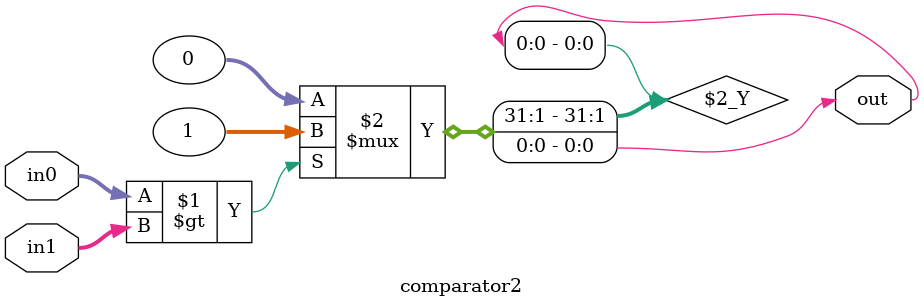
<source format=v>
`timescale 1ns / 1ps


module comparator2(
    input [29:0] in0,
    input [29:0] in1,
    output out
    );
    assign out = (in0 > in1)? 1 : 0;
endmodule

</source>
